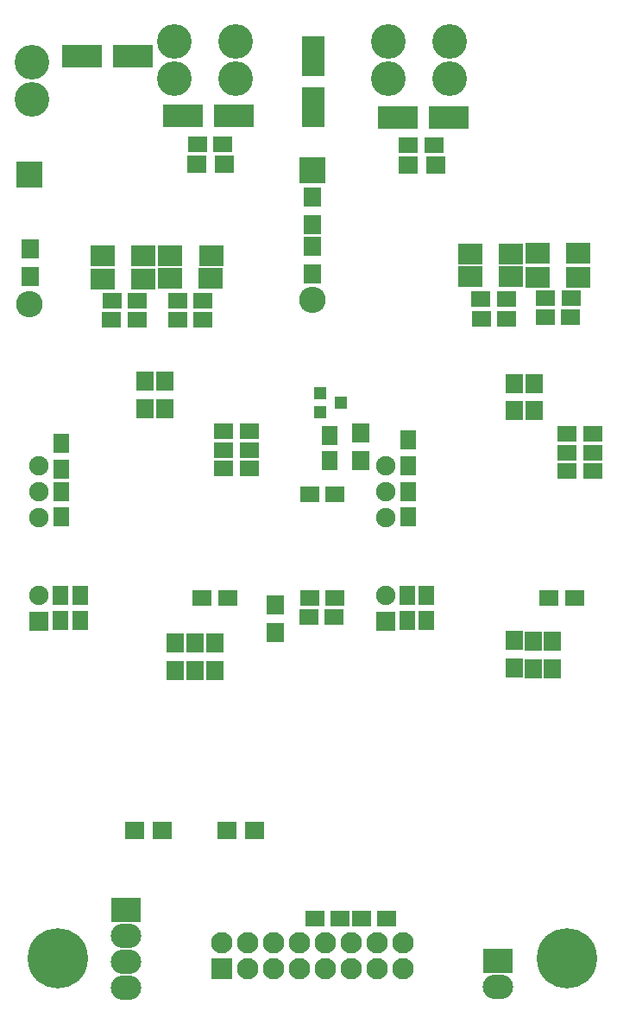
<source format=gbs>
G04 #@! TF.GenerationSoftware,KiCad,Pcbnew,no-vcs-found-bf44d39~61~ubuntu17.10.1*
G04 #@! TF.CreationDate,2018-01-04T10:27:59-05:00*
G04 #@! TF.ProjectId,ENNOID Dual Gate Driver,454E4E4F4944204475616C2047617465,rev?*
G04 #@! TF.SameCoordinates,Original*
G04 #@! TF.FileFunction,Soldermask,Bot*
G04 #@! TF.FilePolarity,Negative*
%FSLAX46Y46*%
G04 Gerber Fmt 4.6, Leading zero omitted, Abs format (unit mm)*
G04 Created by KiCad (PCBNEW no-vcs-found-bf44d39~61~ubuntu17.10.1) date Thu Jan  4 10:27:59 2018*
%MOMM*%
%LPD*%
G01*
G04 APERTURE LIST*
%ADD10C,5.900000*%
%ADD11C,2.100000*%
%ADD12R,2.100000X2.100000*%
%ADD13R,1.900000X1.650000*%
%ADD14R,1.900000X1.700000*%
%ADD15R,1.650000X1.900000*%
%ADD16R,2.400000X2.000000*%
%ADD17O,3.000000X2.400000*%
%ADD18R,3.000000X2.400000*%
%ADD19R,1.700000X1.900000*%
%ADD20R,1.300000X1.200000*%
%ADD21R,3.900000X2.200000*%
%ADD22C,3.400000*%
%ADD23O,1.900000X1.900000*%
%ADD24R,1.900000X1.900000*%
%ADD25R,2.200000X3.900000*%
%ADD26R,2.600000X2.600000*%
%ADD27O,2.600000X2.600000*%
G04 APERTURE END LIST*
D10*
X55000000Y-93000000D03*
D11*
X38887400Y-91478100D03*
X38887400Y-94018100D03*
X36347400Y-91478100D03*
X36347400Y-94018100D03*
X33807400Y-91478100D03*
X33807400Y-94018100D03*
X31267400Y-91478100D03*
X31267400Y-94018100D03*
X28727400Y-91478100D03*
X28727400Y-94018100D03*
X26187400Y-91478100D03*
X26187400Y-94018100D03*
X23647400Y-91478100D03*
X23647400Y-94018100D03*
X21107400Y-91478100D03*
D12*
X21107400Y-94018100D03*
D13*
X30246000Y-89128600D03*
X32746000Y-89128600D03*
D14*
X24311600Y-80416400D03*
X21611600Y-80416400D03*
D15*
X5283200Y-59898600D03*
X5283200Y-57398600D03*
X7213600Y-57398600D03*
X7213600Y-59898600D03*
X5359400Y-45026900D03*
X5359400Y-42526900D03*
X5359400Y-47264000D03*
X5359400Y-49764000D03*
X39293800Y-59924000D03*
X39293800Y-57424000D03*
X41173400Y-57424000D03*
X41173400Y-59924000D03*
X39370000Y-44728400D03*
X39370000Y-42228400D03*
X39370000Y-47228400D03*
X39370000Y-49728400D03*
D13*
X21671600Y-57683400D03*
X19171600Y-57683400D03*
X21305200Y-41351200D03*
X23805200Y-41351200D03*
X23817466Y-44999107D03*
X21317466Y-44999107D03*
X16758600Y-28549600D03*
X19258600Y-28549600D03*
X12832400Y-28524200D03*
X10332400Y-28524200D03*
X16758600Y-30454600D03*
X19258600Y-30454600D03*
D16*
X13422146Y-24178672D03*
X9422146Y-24178672D03*
D13*
X18739800Y-13233400D03*
X21239800Y-13233400D03*
X32212600Y-57708800D03*
X29712600Y-57708800D03*
X29636400Y-59537600D03*
X32136400Y-59537600D03*
X34818000Y-89128600D03*
X37318000Y-89128600D03*
D17*
X11734800Y-95834200D03*
X11734800Y-93294200D03*
X11734800Y-90754200D03*
D18*
X11734800Y-88214200D03*
D17*
X48183800Y-95783400D03*
D18*
X48183800Y-93243400D03*
D19*
X20421600Y-62124600D03*
X20421600Y-64824600D03*
X18491200Y-64824600D03*
X18491200Y-62124600D03*
X53517800Y-61896000D03*
X53517800Y-64596000D03*
X16586200Y-62124600D03*
X16586200Y-64824600D03*
X2286000Y-23465800D03*
X2286000Y-26165800D03*
D14*
X15284405Y-80452572D03*
X12584405Y-80452572D03*
D19*
X51663600Y-61896000D03*
X51663600Y-64596000D03*
X49784000Y-61870600D03*
X49784000Y-64570600D03*
X51739800Y-36648400D03*
X51739800Y-39348400D03*
X30000000Y-21136600D03*
X30000000Y-18436600D03*
X34747200Y-41550600D03*
X34747200Y-44250600D03*
X30000000Y-23211800D03*
X30000000Y-25911800D03*
D13*
X32238000Y-47548800D03*
X29738000Y-47548800D03*
D20*
X32775400Y-38531800D03*
X30775400Y-37581800D03*
X30775400Y-39481800D03*
D21*
X22337400Y-10464800D03*
X17337400Y-10464800D03*
D19*
X26390600Y-61040000D03*
X26390600Y-58340000D03*
D22*
X22500000Y-6830000D03*
X22500000Y-3170000D03*
X2500000Y-5170000D03*
X2500000Y-8830000D03*
X16500000Y-6830000D03*
X16500000Y-3170000D03*
X43500000Y-6830000D03*
X43500000Y-3170000D03*
X37500000Y-3170000D03*
X37500000Y-6830000D03*
D23*
X3203200Y-44687600D03*
X3203200Y-47227600D03*
X3203200Y-49767600D03*
X3203200Y-57387600D03*
D24*
X3203200Y-59927600D03*
D23*
X37203200Y-44687600D03*
X37203200Y-47227600D03*
X37203200Y-49767600D03*
X37203200Y-57387600D03*
D24*
X37203200Y-59927600D03*
D13*
X21317466Y-43170307D03*
X23817466Y-43170307D03*
X10307000Y-30429200D03*
X12807000Y-30429200D03*
D16*
X13404600Y-26416000D03*
X9404600Y-26416000D03*
X20061495Y-24157873D03*
X16061495Y-24157873D03*
X16059400Y-26390600D03*
X20059400Y-26390600D03*
D13*
X54985600Y-41605200D03*
X57485600Y-41605200D03*
X57485600Y-45237400D03*
X54985600Y-45237400D03*
X54985600Y-43434000D03*
X57485600Y-43434000D03*
X49078200Y-30302200D03*
X46578200Y-30302200D03*
X55352000Y-30124400D03*
X52852000Y-30124400D03*
X46552800Y-28346400D03*
X49052800Y-28346400D03*
X52877400Y-28270200D03*
X55377400Y-28270200D03*
D16*
X49523400Y-23952200D03*
X45523400Y-23952200D03*
X52103607Y-26243553D03*
X56103607Y-26243553D03*
X45498000Y-26212800D03*
X49498000Y-26212800D03*
X56102000Y-23926800D03*
X52102000Y-23926800D03*
D13*
X39415400Y-13335000D03*
X41915400Y-13335000D03*
D21*
X38394000Y-10591800D03*
X43394000Y-10591800D03*
D19*
X15519400Y-39170600D03*
X15519400Y-36470600D03*
X13614400Y-36470600D03*
X13614400Y-39170600D03*
D14*
X18639800Y-15189200D03*
X21339800Y-15189200D03*
D19*
X49834800Y-36648400D03*
X49834800Y-39348400D03*
D14*
X39417000Y-15240000D03*
X42117000Y-15240000D03*
D21*
X7380600Y-4597400D03*
X12380600Y-4597400D03*
D25*
X30099000Y-4586600D03*
X30099000Y-9586600D03*
D26*
X2235200Y-16179800D03*
D27*
X2235200Y-28879800D03*
X30000000Y-28457800D03*
D26*
X30000000Y-15757800D03*
D15*
X31699200Y-41752200D03*
X31699200Y-44252200D03*
D13*
X55707600Y-57683400D03*
X53207600Y-57683400D03*
D10*
X5000000Y-93000000D03*
M02*

</source>
